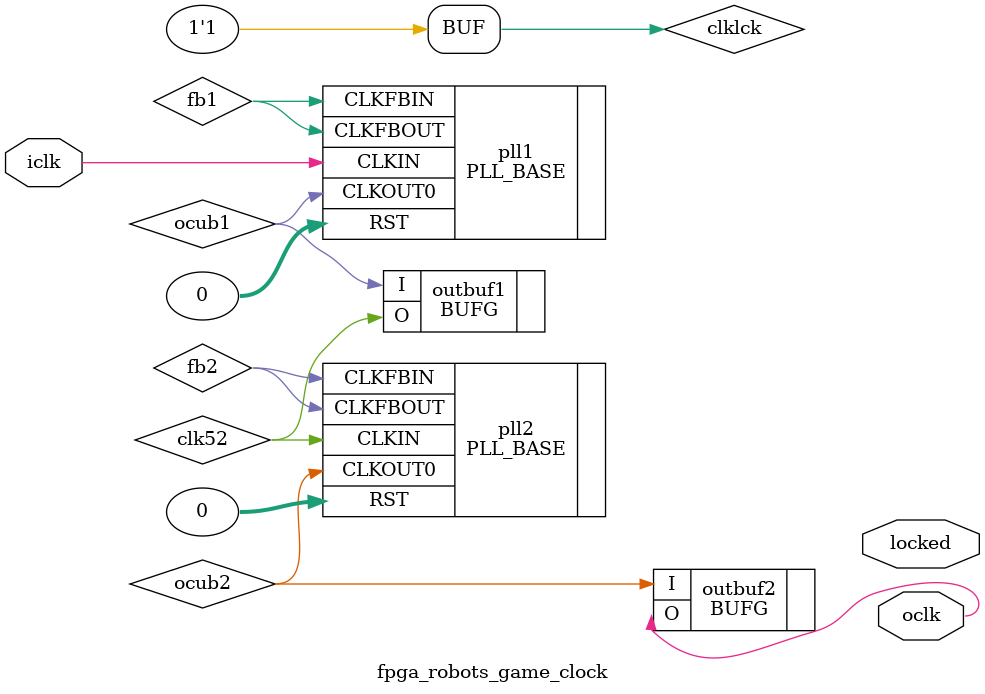
<source format=v>

module fpga_robots_game_clock(
    input iclk, // input clock, probably coming from an oscillator somewhere
    output oclk, // output clock, to be used by the game's logic
    output locked // indicate if it's "locked" thus ready to run
);

`ifdef __ICARUS__
    // Dummy clock for Icarus Verilog
    assign oclk = iclk;
    assign locked = 1'd1;
`else
    // For Papilio Pro, and other boards with a Xilinx Spartan-6, two
    // or more PLLs available, and a 32MHz clock input:
    // Generate a 65MHz clock using two PLLs.
    //      pll1: 32MHz -> 52MHz; oscillator 416MHz; ratio 13/8
    //      pll2: 52MHz -> 65MHz; oscillator 520MHz; ratio 10/8
    // Could just use a single PLL, to get 64MHz, that's probably close enough,
    // but 65MHz is even better.

    wire fb1, fb2; // feedback within each PLL
    wire ocub1, ocub2; // unbuffered output clock from each
    wire clk52; // 52MHz intermediate clock

    BUFG outbuf1(.I(ocub1), .O(clk52));
    BUFG outbuf2(.I(ocub2), .O(oclk));

    // XXX deal with locked including sync if needed
    PLL_BASE #(
        //  pll1: 32MHz -> 52MHz; oscillator 416MHz; ratio 13/8
        .CLKIN_PERIOD(31.25), // 31.250 ns means 32MHz, input clock frequency
        .DIVCLK_DIVIDE(1),    // feed 32MHz to the PLL input
        .CLKFBOUT_MULT(13),   // run the VCO at 32*13=416MHz (ideal seems to be
                              // a little over 400MHz)
        .CLKOUT0_DIVIDE(32)   // and give output 0, 416MHz / 8 = 52MHz
    ) pll1 (
        .CLKIN(iclk),         // input clock
        .CLKOUT0(ocub1),      // output clock
        .CLKFBIN(fb1),        // feedback to keep the PLL running
        .CLKFBOUT(fb1),
        .RST(0)               // I guess you need to keep it from
                              // resetting itself...
    );

    PLL_BASE #(
        //  pll2: 52MHz -> 65MHz; oscillator 520MHz; ratio 10/8
        .CLKIN_PERIOD(19.230769), // 19.230769 ns means 52MHz
        .DIVCLK_DIVIDE(1),    // feed 52MHz to the PLL input
        .CLKFBOUT_MULT(10),   // run the VCO at 52*10=520MHz
        .CLKOUT0_DIVIDE(8)    // and give output 0, 520MHz / 8 = 65MHz
    ) pll2 (
        .CLKIN(clk52),        // input clock
        .CLKOUT0(ocub2),      // output clock
        .CLKFBIN(fb2),        // feedback to keep the PLL running
        .CLKFBOUT(fb2),
        .RST(0)               // I guess you need to keep it from
                              // resetting itself...
    );

    // fake "locked" signal, we could use the two "LOCKED" outputs but they're
    // asynchonous, and it's hard to synchronize them if we might not be
    // able to rely on our clock...
    wire clklck = 1'd1;
`endif
endmodule

</source>
